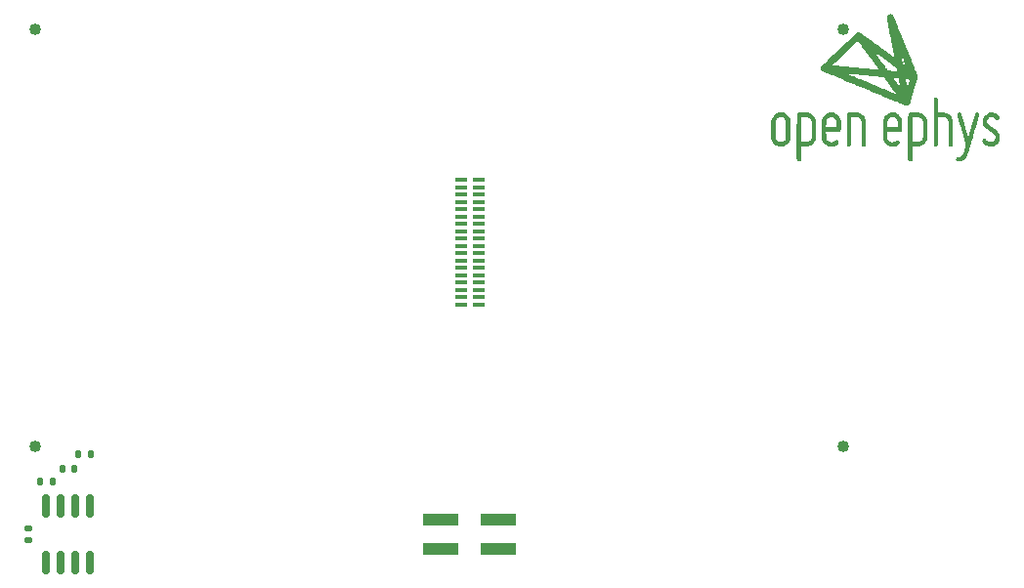
<source format=gbr>
G04 #@! TF.GenerationSoftware,KiCad,Pcbnew,9.0.0*
G04 #@! TF.CreationDate,2025-04-07T23:01:42+01:00*
G04 #@! TF.ProjectId,ephys-test-module-32,65706879-732d-4746-9573-742d6d6f6475,A*
G04 #@! TF.SameCoordinates,Original*
G04 #@! TF.FileFunction,Soldermask,Top*
G04 #@! TF.FilePolarity,Negative*
%FSLAX46Y46*%
G04 Gerber Fmt 4.6, Leading zero omitted, Abs format (unit mm)*
G04 Created by KiCad (PCBNEW 9.0.0) date 2025-04-07 23:01:42*
%MOMM*%
%LPD*%
G01*
G04 APERTURE LIST*
G04 Aperture macros list*
%AMRoundRect*
0 Rectangle with rounded corners*
0 $1 Rounding radius*
0 $2 $3 $4 $5 $6 $7 $8 $9 X,Y pos of 4 corners*
0 Add a 4 corners polygon primitive as box body*
4,1,4,$2,$3,$4,$5,$6,$7,$8,$9,$2,$3,0*
0 Add four circle primitives for the rounded corners*
1,1,$1+$1,$2,$3*
1,1,$1+$1,$4,$5*
1,1,$1+$1,$6,$7*
1,1,$1+$1,$8,$9*
0 Add four rect primitives between the rounded corners*
20,1,$1+$1,$2,$3,$4,$5,0*
20,1,$1+$1,$4,$5,$6,$7,0*
20,1,$1+$1,$6,$7,$8,$9,0*
20,1,$1+$1,$8,$9,$2,$3,0*%
G04 Aperture macros list end*
%ADD10C,0.000000*%
%ADD11R,3.150000X1.000000*%
%ADD12R,1.000000X0.380000*%
%ADD13RoundRect,0.135000X-0.135000X-0.185000X0.135000X-0.185000X0.135000X0.185000X-0.135000X0.185000X0*%
%ADD14RoundRect,0.150000X0.150000X-0.825000X0.150000X0.825000X-0.150000X0.825000X-0.150000X-0.825000X0*%
%ADD15RoundRect,0.140000X-0.170000X0.140000X-0.170000X-0.140000X0.170000X-0.140000X0.170000X0.140000X0*%
%ADD16C,1.020000*%
G04 APERTURE END LIST*
D10*
G04 #@! TO.C,G\u002A\u002A\u002A*
G36*
X185019905Y-89141203D02*
G01*
X185124976Y-89156873D01*
X185183922Y-89172831D01*
X185310199Y-89224904D01*
X185421844Y-89293761D01*
X185523049Y-89381436D01*
X185610618Y-89482520D01*
X185679043Y-89592976D01*
X185731929Y-89718639D01*
X185732586Y-89720563D01*
X185765601Y-89817510D01*
X185765601Y-90617319D01*
X185765601Y-91417128D01*
X185732586Y-91514075D01*
X185679724Y-91639948D01*
X185610678Y-91751223D01*
X185523158Y-91852577D01*
X185415234Y-91945634D01*
X185297986Y-92016344D01*
X185171013Y-92064883D01*
X185033911Y-92091425D01*
X184965792Y-92096354D01*
X184907021Y-92097131D01*
X184850958Y-92095526D01*
X184806223Y-92091880D01*
X184790987Y-92089439D01*
X184655802Y-92051705D01*
X184536406Y-91998028D01*
X184428602Y-91926177D01*
X184347459Y-91853686D01*
X184269875Y-91766819D01*
X184209378Y-91676447D01*
X184161466Y-91575031D01*
X184133771Y-91495897D01*
X184105391Y-91405010D01*
X184105391Y-91380773D01*
X184105391Y-90617319D01*
X184105391Y-89853865D01*
X184493177Y-89853865D01*
X184493177Y-90617319D01*
X184493177Y-91380773D01*
X184526069Y-91447424D01*
X184582661Y-91540159D01*
X184651738Y-91612855D01*
X184735265Y-91667309D01*
X184793710Y-91692177D01*
X184870174Y-91709183D01*
X184956261Y-91711618D01*
X185042615Y-91699984D01*
X185119880Y-91674782D01*
X185120128Y-91674668D01*
X185196299Y-91628202D01*
X185266108Y-91563800D01*
X185323234Y-91487761D01*
X185342192Y-91453329D01*
X185377815Y-91380773D01*
X185377815Y-90617319D01*
X185377815Y-89853865D01*
X185342192Y-89781310D01*
X185291930Y-89701646D01*
X185225905Y-89630836D01*
X185150555Y-89575317D01*
X185120128Y-89559246D01*
X185082556Y-89543215D01*
X185048136Y-89533427D01*
X185008596Y-89528423D01*
X184955667Y-89526744D01*
X184935496Y-89526670D01*
X184876809Y-89527623D01*
X184834045Y-89531453D01*
X184798935Y-89539620D01*
X184763208Y-89553583D01*
X184750864Y-89559246D01*
X184677471Y-89604411D01*
X184608772Y-89666305D01*
X184552125Y-89737568D01*
X184525754Y-89784357D01*
X184493177Y-89853865D01*
X184105391Y-89853865D01*
X184105391Y-89829628D01*
X184133771Y-89738741D01*
X184175697Y-89625506D01*
X184227146Y-89528443D01*
X184292618Y-89440012D01*
X184347459Y-89380952D01*
X184434327Y-89303368D01*
X184524699Y-89242871D01*
X184626114Y-89194959D01*
X184705248Y-89167263D01*
X184801161Y-89146295D01*
X184909006Y-89137642D01*
X185019905Y-89141203D01*
G37*
G36*
X189389562Y-89140201D02*
G01*
X189491571Y-89154642D01*
X189540458Y-89167297D01*
X189657806Y-89211166D01*
X189758418Y-89265580D01*
X189848860Y-89334421D01*
X189891889Y-89375032D01*
X189979392Y-89474769D01*
X190047079Y-89580197D01*
X190099336Y-89698355D01*
X190107118Y-89720563D01*
X190139952Y-89817510D01*
X190140133Y-90255888D01*
X190140134Y-90370673D01*
X190139945Y-90463731D01*
X190139433Y-90537573D01*
X190138466Y-90594707D01*
X190136913Y-90637643D01*
X190134642Y-90668892D01*
X190131520Y-90690964D01*
X190127416Y-90706367D01*
X190122198Y-90717613D01*
X190115735Y-90727210D01*
X190115329Y-90727754D01*
X190086479Y-90760115D01*
X190056890Y-90786227D01*
X190048509Y-90791978D01*
X190038688Y-90796789D01*
X190025289Y-90800759D01*
X190006172Y-90803985D01*
X189979200Y-90806567D01*
X189942232Y-90808603D01*
X189893132Y-90810191D01*
X189829759Y-90811432D01*
X189749976Y-90812422D01*
X189651643Y-90813260D01*
X189532622Y-90814046D01*
X189441832Y-90814582D01*
X188860227Y-90817953D01*
X188864059Y-91099363D01*
X188867891Y-91380773D01*
X188906079Y-91461375D01*
X188959939Y-91550504D01*
X189029285Y-91621570D01*
X189116341Y-91676795D01*
X189126602Y-91681766D01*
X189171355Y-91701393D01*
X189208988Y-91712869D01*
X189249568Y-91718275D01*
X189303162Y-91719690D01*
X189310210Y-91719691D01*
X189400185Y-91712602D01*
X189478426Y-91689770D01*
X189552046Y-91648481D01*
X189604347Y-91607396D01*
X189671482Y-91560310D01*
X189736361Y-91537122D01*
X189798626Y-91537854D01*
X189857920Y-91562526D01*
X189893846Y-91590612D01*
X189936976Y-91643916D01*
X189956714Y-91700422D01*
X189953545Y-91759158D01*
X189927952Y-91819148D01*
X189880417Y-91879420D01*
X189811424Y-91939000D01*
X189721456Y-91996914D01*
X189681558Y-92018442D01*
X189575454Y-92061374D01*
X189456584Y-92089338D01*
X189331768Y-92101641D01*
X189207826Y-92097592D01*
X189096596Y-92077834D01*
X188962375Y-92030663D01*
X188841263Y-91963572D01*
X188734573Y-91877812D01*
X188643619Y-91774634D01*
X188569712Y-91655291D01*
X188514904Y-91523294D01*
X188480105Y-91417128D01*
X188480105Y-90617319D01*
X188480105Y-90429485D01*
X188859910Y-90429485D01*
X189310210Y-90429485D01*
X189760510Y-90429485D01*
X189756478Y-90141675D01*
X189752447Y-89853865D01*
X189716974Y-89781419D01*
X189666945Y-89702002D01*
X189601086Y-89631260D01*
X189525886Y-89575684D01*
X189494842Y-89559246D01*
X189457270Y-89543215D01*
X189422849Y-89533427D01*
X189383310Y-89528423D01*
X189330381Y-89526744D01*
X189310210Y-89526670D01*
X189251522Y-89527623D01*
X189208759Y-89531453D01*
X189173649Y-89539620D01*
X189137922Y-89553583D01*
X189125578Y-89559246D01*
X189048467Y-89606992D01*
X188978118Y-89672483D01*
X188921020Y-89749230D01*
X188903446Y-89781419D01*
X188867973Y-89853865D01*
X188863941Y-90141675D01*
X188859910Y-90429485D01*
X188480105Y-90429485D01*
X188480105Y-89817510D01*
X188513120Y-89720563D01*
X188563471Y-89599171D01*
X188628373Y-89491920D01*
X188712277Y-89391671D01*
X188728531Y-89375032D01*
X188816368Y-89297614D01*
X188911125Y-89236543D01*
X189019367Y-89187939D01*
X189079962Y-89167297D01*
X189174414Y-89146529D01*
X189280729Y-89137497D01*
X189389562Y-89140201D01*
G37*
G36*
X194697387Y-89140201D02*
G01*
X194799396Y-89154642D01*
X194848282Y-89167297D01*
X194965631Y-89211166D01*
X195066242Y-89265580D01*
X195156684Y-89334421D01*
X195199714Y-89375032D01*
X195287216Y-89474769D01*
X195354904Y-89580197D01*
X195407160Y-89698355D01*
X195414942Y-89720563D01*
X195447776Y-89817510D01*
X195447958Y-90255888D01*
X195447959Y-90370673D01*
X195447769Y-90463731D01*
X195447257Y-90537573D01*
X195446290Y-90594707D01*
X195444738Y-90637643D01*
X195442466Y-90668892D01*
X195439345Y-90690964D01*
X195435241Y-90706367D01*
X195430023Y-90717613D01*
X195423559Y-90727210D01*
X195423154Y-90727754D01*
X195394304Y-90760115D01*
X195364715Y-90786227D01*
X195356334Y-90791978D01*
X195346513Y-90796789D01*
X195333113Y-90800759D01*
X195313997Y-90803985D01*
X195287024Y-90806567D01*
X195250057Y-90808603D01*
X195200956Y-90810191D01*
X195137584Y-90811432D01*
X195057800Y-90812422D01*
X194959467Y-90813260D01*
X194840446Y-90814046D01*
X194749656Y-90814582D01*
X194168051Y-90817953D01*
X194171883Y-91099363D01*
X194175716Y-91380773D01*
X194213903Y-91461375D01*
X194267763Y-91550504D01*
X194337109Y-91621570D01*
X194424166Y-91676795D01*
X194434427Y-91681766D01*
X194479179Y-91701393D01*
X194516812Y-91712869D01*
X194557392Y-91718275D01*
X194610987Y-91719690D01*
X194618034Y-91719691D01*
X194708009Y-91712602D01*
X194786250Y-91689770D01*
X194859871Y-91648481D01*
X194912171Y-91607396D01*
X194979306Y-91560310D01*
X195044185Y-91537122D01*
X195106451Y-91537854D01*
X195165744Y-91562526D01*
X195201671Y-91590612D01*
X195244800Y-91643916D01*
X195264539Y-91700422D01*
X195261370Y-91759158D01*
X195235776Y-91819148D01*
X195188242Y-91879420D01*
X195119249Y-91939000D01*
X195029281Y-91996914D01*
X194989382Y-92018442D01*
X194883278Y-92061374D01*
X194764408Y-92089338D01*
X194639592Y-92101641D01*
X194515650Y-92097592D01*
X194404421Y-92077834D01*
X194270200Y-92030663D01*
X194149088Y-91963572D01*
X194042398Y-91877812D01*
X193951443Y-91774634D01*
X193877536Y-91655291D01*
X193822728Y-91523294D01*
X193787929Y-91417128D01*
X193787929Y-90617319D01*
X193787929Y-90429485D01*
X194167734Y-90429485D01*
X194618034Y-90429485D01*
X195068335Y-90429485D01*
X195064303Y-90141675D01*
X195060271Y-89853865D01*
X195024798Y-89781419D01*
X194974770Y-89702002D01*
X194908911Y-89631260D01*
X194833710Y-89575684D01*
X194802666Y-89559246D01*
X194765094Y-89543215D01*
X194730674Y-89533427D01*
X194691134Y-89528423D01*
X194638205Y-89526744D01*
X194618034Y-89526670D01*
X194559347Y-89527623D01*
X194516584Y-89531453D01*
X194481474Y-89539620D01*
X194445746Y-89553583D01*
X194433402Y-89559246D01*
X194356291Y-89606992D01*
X194285942Y-89672483D01*
X194228845Y-89749230D01*
X194211270Y-89781419D01*
X194175798Y-89853865D01*
X194171766Y-90141675D01*
X194167734Y-90429485D01*
X193787929Y-90429485D01*
X193787929Y-89817510D01*
X193820945Y-89720563D01*
X193871296Y-89599171D01*
X193936198Y-89491920D01*
X194020102Y-89391671D01*
X194036355Y-89375032D01*
X194124192Y-89297614D01*
X194218949Y-89236543D01*
X194327191Y-89187939D01*
X194387786Y-89167297D01*
X194482239Y-89146529D01*
X194588553Y-89137497D01*
X194697387Y-89140201D01*
G37*
G36*
X191749158Y-89201108D02*
G01*
X191850179Y-89242085D01*
X191935146Y-89288428D01*
X192012241Y-89345233D01*
X192078331Y-89406188D01*
X192166347Y-89507270D01*
X192234769Y-89616956D01*
X192287452Y-89741455D01*
X192288597Y-89744800D01*
X192321613Y-89841747D01*
X192321613Y-90910295D01*
X192321605Y-91095560D01*
X192321557Y-91258125D01*
X192321436Y-91399528D01*
X192321205Y-91521306D01*
X192320831Y-91624997D01*
X192320278Y-91712137D01*
X192319511Y-91784265D01*
X192318497Y-91842916D01*
X192317198Y-91889629D01*
X192315582Y-91925941D01*
X192313613Y-91953389D01*
X192311256Y-91973511D01*
X192308476Y-91987842D01*
X192305238Y-91997922D01*
X192301509Y-92005287D01*
X192297252Y-92011475D01*
X192296627Y-92012314D01*
X192254874Y-92058489D01*
X192210244Y-92084805D01*
X192155110Y-92095169D01*
X192133779Y-92095754D01*
X192073627Y-92089714D01*
X192026440Y-92068989D01*
X191984588Y-92029670D01*
X191970930Y-92012328D01*
X191966561Y-92006074D01*
X191962721Y-91998728D01*
X191959369Y-91988741D01*
X191956457Y-91974560D01*
X191953943Y-91954633D01*
X191951782Y-91927410D01*
X191949929Y-91891339D01*
X191948340Y-91844869D01*
X191946970Y-91786448D01*
X191945775Y-91714524D01*
X191944711Y-91627547D01*
X191943733Y-91523965D01*
X191942797Y-91402227D01*
X191941858Y-91260781D01*
X191940871Y-91098075D01*
X191939885Y-90928487D01*
X191933826Y-89878101D01*
X191898313Y-89805656D01*
X191843336Y-89719665D01*
X191770499Y-89645823D01*
X191685189Y-89589515D01*
X191679077Y-89586461D01*
X191606632Y-89550989D01*
X191318993Y-89546959D01*
X191031355Y-89542929D01*
X191028154Y-90760894D01*
X191027625Y-90959469D01*
X191027124Y-91135241D01*
X191026618Y-91289646D01*
X191026075Y-91424118D01*
X191025463Y-91540091D01*
X191024750Y-91639000D01*
X191023902Y-91722279D01*
X191022888Y-91791362D01*
X191021675Y-91847684D01*
X191020232Y-91892680D01*
X191018525Y-91927783D01*
X191016523Y-91954429D01*
X191014193Y-91974052D01*
X191011503Y-91988086D01*
X191008420Y-91997965D01*
X191004913Y-92005125D01*
X191000948Y-92010999D01*
X190999967Y-92012321D01*
X190971895Y-92044026D01*
X190943308Y-92069431D01*
X190902652Y-92088180D01*
X190850154Y-92097306D01*
X190796592Y-92095881D01*
X190757748Y-92085439D01*
X190713953Y-92055818D01*
X190676542Y-92013296D01*
X190652748Y-91966704D01*
X190649301Y-91953007D01*
X190648391Y-91935825D01*
X190647579Y-91896024D01*
X190646869Y-91835224D01*
X190646264Y-91755042D01*
X190645771Y-91657097D01*
X190645391Y-91543008D01*
X190645131Y-91414392D01*
X190644993Y-91272868D01*
X190644982Y-91120055D01*
X190645103Y-90957570D01*
X190645359Y-90787033D01*
X190645755Y-90610061D01*
X190645790Y-90596998D01*
X190646345Y-90390052D01*
X190646867Y-90205966D01*
X190647386Y-90043364D01*
X190647931Y-89900868D01*
X190648531Y-89777102D01*
X190649215Y-89670690D01*
X190650012Y-89580254D01*
X190650950Y-89504418D01*
X190652059Y-89441806D01*
X190653369Y-89391041D01*
X190654907Y-89350746D01*
X190656703Y-89319545D01*
X190658787Y-89296060D01*
X190661186Y-89278916D01*
X190663931Y-89266736D01*
X190667050Y-89258143D01*
X190670572Y-89251760D01*
X190674270Y-89246554D01*
X190703130Y-89214214D01*
X190732751Y-89188106D01*
X190742337Y-89181567D01*
X190753438Y-89176281D01*
X190768566Y-89172113D01*
X190790228Y-89168932D01*
X190820936Y-89166605D01*
X190863200Y-89164999D01*
X190919528Y-89163980D01*
X190992432Y-89163416D01*
X191084420Y-89163174D01*
X191198004Y-89163121D01*
X191204616Y-89163121D01*
X191642987Y-89163121D01*
X191749158Y-89201108D01*
G37*
G36*
X198434864Y-87848263D02*
G01*
X198482051Y-87868988D01*
X198523903Y-87908305D01*
X198537562Y-87925649D01*
X198543241Y-87933914D01*
X198548003Y-87943596D01*
X198551944Y-87956802D01*
X198555158Y-87975637D01*
X198557739Y-88002207D01*
X198559783Y-88038619D01*
X198561383Y-88086978D01*
X198562635Y-88149391D01*
X198563632Y-88227964D01*
X198564469Y-88324802D01*
X198565242Y-88442012D01*
X198565905Y-88557016D01*
X198569263Y-89154929D01*
X198874923Y-89159753D01*
X198969783Y-89161358D01*
X199044152Y-89163047D01*
X199101772Y-89165165D01*
X199146388Y-89168056D01*
X199181743Y-89172067D01*
X199211581Y-89177541D01*
X199239645Y-89184825D01*
X199269679Y-89194263D01*
X199277529Y-89196864D01*
X199403757Y-89249087D01*
X199515205Y-89317820D01*
X199616656Y-89405673D01*
X199704225Y-89506757D01*
X199772650Y-89617213D01*
X199825535Y-89742876D01*
X199826193Y-89744800D01*
X199859208Y-89841747D01*
X199859208Y-90910295D01*
X199859200Y-91095560D01*
X199859153Y-91258125D01*
X199859031Y-91399528D01*
X199858801Y-91521306D01*
X199858426Y-91624997D01*
X199857873Y-91712137D01*
X199857107Y-91784265D01*
X199856092Y-91842916D01*
X199854794Y-91889629D01*
X199853177Y-91925941D01*
X199851208Y-91953389D01*
X199848851Y-91973511D01*
X199846071Y-91987842D01*
X199842834Y-91997922D01*
X199839104Y-92005287D01*
X199834847Y-92011475D01*
X199834223Y-92012314D01*
X199792470Y-92058489D01*
X199747839Y-92084805D01*
X199692705Y-92095169D01*
X199671374Y-92095754D01*
X199611223Y-92089714D01*
X199564035Y-92068989D01*
X199522183Y-92029670D01*
X199508525Y-92012328D01*
X199504156Y-92006074D01*
X199500317Y-91998728D01*
X199496964Y-91988741D01*
X199494053Y-91974560D01*
X199491539Y-91954633D01*
X199489377Y-91927410D01*
X199487524Y-91891339D01*
X199485935Y-91844869D01*
X199484565Y-91786448D01*
X199483371Y-91714524D01*
X199482306Y-91627547D01*
X199481328Y-91523965D01*
X199480392Y-91402227D01*
X199479453Y-91260781D01*
X199478467Y-91098075D01*
X199477481Y-90928487D01*
X199471422Y-89878101D01*
X199435908Y-89805656D01*
X199380931Y-89719665D01*
X199308094Y-89645823D01*
X199222785Y-89589515D01*
X199216673Y-89586461D01*
X199144227Y-89550989D01*
X198856589Y-89546959D01*
X198568950Y-89542929D01*
X198565749Y-90760894D01*
X198565220Y-90959469D01*
X198564719Y-91135241D01*
X198564214Y-91289646D01*
X198563671Y-91424118D01*
X198563059Y-91540091D01*
X198562345Y-91639000D01*
X198561497Y-91722279D01*
X198560483Y-91791362D01*
X198559271Y-91847684D01*
X198557827Y-91892680D01*
X198556120Y-91927783D01*
X198554118Y-91954429D01*
X198551788Y-91974052D01*
X198549098Y-91988086D01*
X198546016Y-91997965D01*
X198542508Y-92005125D01*
X198538544Y-92010999D01*
X198537562Y-92012321D01*
X198509491Y-92044026D01*
X198480903Y-92069431D01*
X198440248Y-92088180D01*
X198387749Y-92097306D01*
X198334187Y-92095881D01*
X198295344Y-92085439D01*
X198251557Y-92055827D01*
X198214159Y-92013323D01*
X198190377Y-91966752D01*
X198186923Y-91953007D01*
X198186177Y-91936758D01*
X198185495Y-91897576D01*
X198184879Y-91836765D01*
X198184331Y-91755628D01*
X198183855Y-91655469D01*
X198183451Y-91537593D01*
X198183123Y-91403302D01*
X198182873Y-91253901D01*
X198182703Y-91090693D01*
X198182615Y-90914982D01*
X198182611Y-90728071D01*
X198182694Y-90531264D01*
X198182866Y-90325866D01*
X198183130Y-90113179D01*
X198183412Y-89936551D01*
X198183863Y-89680360D01*
X198184289Y-89447291D01*
X198184703Y-89236231D01*
X198185123Y-89046066D01*
X198185563Y-88875681D01*
X198186041Y-88723963D01*
X198186570Y-88589798D01*
X198187167Y-88472071D01*
X198187849Y-88369669D01*
X198188630Y-88281478D01*
X198189526Y-88206384D01*
X198190554Y-88143272D01*
X198191729Y-88091029D01*
X198193066Y-88048541D01*
X198194581Y-88014694D01*
X198196291Y-87988374D01*
X198198211Y-87968466D01*
X198200357Y-87953858D01*
X198202744Y-87943434D01*
X198205388Y-87936081D01*
X198208306Y-87930685D01*
X198211512Y-87926132D01*
X198211865Y-87925658D01*
X198253620Y-87879486D01*
X198298249Y-87853172D01*
X198353379Y-87842809D01*
X198374714Y-87842224D01*
X198434864Y-87848263D01*
G37*
G36*
X203209924Y-89139524D02*
G01*
X203273879Y-89140442D01*
X203321639Y-89143382D01*
X203361231Y-89149653D01*
X203400686Y-89160564D01*
X203448033Y-89177422D01*
X203452290Y-89179025D01*
X203571959Y-89234692D01*
X203680146Y-89306020D01*
X203773143Y-89390039D01*
X203847242Y-89483781D01*
X203861323Y-89506578D01*
X203888183Y-89572277D01*
X203893333Y-89636957D01*
X203877747Y-89696721D01*
X203842401Y-89747676D01*
X203791788Y-89784185D01*
X203724946Y-89806343D01*
X203660536Y-89805630D01*
X203601992Y-89783011D01*
X203552749Y-89739452D01*
X203533554Y-89711609D01*
X203477319Y-89635964D01*
X203408749Y-89580659D01*
X203326860Y-89545154D01*
X203230669Y-89528911D01*
X203197805Y-89527703D01*
X203115141Y-89532140D01*
X203047490Y-89549087D01*
X202987639Y-89581387D01*
X202928375Y-89631889D01*
X202924824Y-89635416D01*
X202867794Y-89707812D01*
X202830141Y-89789013D01*
X202812099Y-89874968D01*
X202813901Y-89961625D01*
X202835779Y-90044932D01*
X202877964Y-90120836D01*
X202895708Y-90142807D01*
X202919191Y-90164991D01*
X202960389Y-90198916D01*
X203016920Y-90242781D01*
X203086404Y-90294780D01*
X203166455Y-90353111D01*
X203254694Y-90415970D01*
X203280700Y-90434246D01*
X203363818Y-90493056D01*
X203443327Y-90550384D01*
X203516299Y-90604038D01*
X203579805Y-90651828D01*
X203630917Y-90691560D01*
X203666707Y-90721042D01*
X203679422Y-90732714D01*
X203763237Y-90830018D01*
X203827908Y-90936571D01*
X203869351Y-91034866D01*
X203884543Y-91079474D01*
X203894889Y-91116869D01*
X203901321Y-91153767D01*
X203904772Y-91196885D01*
X203906174Y-91252939D01*
X203906432Y-91302004D01*
X203903355Y-91407229D01*
X203892540Y-91495498D01*
X203872241Y-91573343D01*
X203840712Y-91647292D01*
X203796208Y-91723875D01*
X203791781Y-91730698D01*
X203707717Y-91838615D01*
X203608931Y-91929566D01*
X203498151Y-92002467D01*
X203378100Y-92056231D01*
X203251505Y-92089772D01*
X203121091Y-92102003D01*
X202989582Y-92091839D01*
X202921865Y-92077394D01*
X202799443Y-92034139D01*
X202684130Y-91971695D01*
X202580391Y-91893189D01*
X202492689Y-91801748D01*
X202455073Y-91750382D01*
X202418033Y-91678633D01*
X202402328Y-91610394D01*
X202407257Y-91548214D01*
X202432120Y-91494640D01*
X202476218Y-91452221D01*
X202538850Y-91423504D01*
X202545396Y-91421672D01*
X202612512Y-91413784D01*
X202671327Y-91428585D01*
X202723002Y-91466457D01*
X202739970Y-91485674D01*
X202792247Y-91548882D01*
X202835455Y-91595801D01*
X202873842Y-91630389D01*
X202911656Y-91656608D01*
X202939800Y-91671972D01*
X202978040Y-91689536D01*
X203012049Y-91700140D01*
X203050543Y-91705512D01*
X203102240Y-91707379D01*
X203119036Y-91707504D01*
X203175008Y-91706824D01*
X203215296Y-91703120D01*
X203248414Y-91694751D01*
X203282875Y-91680074D01*
X203296633Y-91673242D01*
X203375680Y-91621531D01*
X203443569Y-91554258D01*
X203490657Y-91483779D01*
X203503875Y-91454998D01*
X203512268Y-91425823D01*
X203516871Y-91389596D01*
X203518721Y-91339658D01*
X203518941Y-91302004D01*
X203518438Y-91243331D01*
X203516073Y-91202009D01*
X203510557Y-91171159D01*
X203500603Y-91143901D01*
X203484923Y-91113356D01*
X203482972Y-91109822D01*
X203470672Y-91088304D01*
X203458006Y-91068797D01*
X203443007Y-91049687D01*
X203423708Y-91029359D01*
X203398140Y-91006199D01*
X203364338Y-90978592D01*
X203320332Y-90944924D01*
X203264155Y-90903580D01*
X203193841Y-90852946D01*
X203107421Y-90791408D01*
X203015685Y-90726384D01*
X202918091Y-90656563D01*
X202830611Y-90592566D01*
X202755216Y-90535902D01*
X202693877Y-90488079D01*
X202648565Y-90450605D01*
X202621251Y-90424989D01*
X202619840Y-90423426D01*
X202545757Y-90323023D01*
X202486121Y-90207151D01*
X202456719Y-90126527D01*
X202436402Y-90034230D01*
X202427360Y-89931315D01*
X202429626Y-89826838D01*
X202443230Y-89729856D01*
X202455169Y-89684208D01*
X202506363Y-89561805D01*
X202577896Y-89449792D01*
X202667166Y-89350734D01*
X202771575Y-89267194D01*
X202888523Y-89201735D01*
X202979676Y-89167039D01*
X203029104Y-89153440D01*
X203076420Y-89144981D01*
X203129966Y-89140663D01*
X203198086Y-89139491D01*
X203209924Y-89139524D01*
G37*
G36*
X202030300Y-89156672D02*
G01*
X202081428Y-89189272D01*
X202119637Y-89235975D01*
X202140714Y-89293608D01*
X202143511Y-89325273D01*
X202140110Y-89339859D01*
X202130211Y-89376113D01*
X202114274Y-89432485D01*
X202092759Y-89507427D01*
X202066124Y-89599389D01*
X202034830Y-89706822D01*
X201999336Y-89828176D01*
X201960100Y-89961903D01*
X201917583Y-90106454D01*
X201872243Y-90260279D01*
X201824541Y-90421829D01*
X201774935Y-90589555D01*
X201723884Y-90761908D01*
X201671849Y-90937339D01*
X201619288Y-91114298D01*
X201566662Y-91291237D01*
X201514428Y-91466605D01*
X201463047Y-91638855D01*
X201412978Y-91806436D01*
X201364680Y-91967800D01*
X201318613Y-92121397D01*
X201275236Y-92265679D01*
X201235009Y-92399096D01*
X201198390Y-92520099D01*
X201165839Y-92627139D01*
X201137816Y-92718666D01*
X201124367Y-92762262D01*
X201087143Y-92869892D01*
X201046728Y-92959274D01*
X200999723Y-93036391D01*
X200942729Y-93107232D01*
X200907602Y-93143989D01*
X200796614Y-93238708D01*
X200676017Y-93311712D01*
X200547033Y-93362436D01*
X200410887Y-93390311D01*
X200368177Y-93394176D01*
X200316292Y-93396545D01*
X200280044Y-93394767D01*
X200251012Y-93387611D01*
X200220771Y-93373848D01*
X200217595Y-93372186D01*
X200164873Y-93332102D01*
X200132043Y-93278406D01*
X200119818Y-93212307D01*
X200119752Y-93206601D01*
X200127824Y-93140555D01*
X200152907Y-93088898D01*
X200196297Y-93050471D01*
X200259293Y-93024116D01*
X200341366Y-93008879D01*
X200450763Y-92986736D01*
X200543984Y-92946568D01*
X200621111Y-92888322D01*
X200682228Y-92811945D01*
X200698037Y-92784390D01*
X200712275Y-92752317D01*
X200731144Y-92702170D01*
X200753664Y-92637237D01*
X200778856Y-92560810D01*
X200805740Y-92476178D01*
X200833336Y-92386631D01*
X200860665Y-92295459D01*
X200886748Y-92205952D01*
X200910604Y-92121401D01*
X200931254Y-92045095D01*
X200947719Y-91980325D01*
X200959018Y-91930379D01*
X200964174Y-91898550D01*
X200964162Y-91890577D01*
X200959866Y-91874024D01*
X200949067Y-91835852D01*
X200932235Y-91777652D01*
X200909842Y-91701017D01*
X200882357Y-91607538D01*
X200850252Y-91498807D01*
X200813998Y-91376418D01*
X200774064Y-91241961D01*
X200730922Y-91097028D01*
X200685043Y-90943213D01*
X200636897Y-90782106D01*
X200598452Y-90653674D01*
X200548664Y-90487389D01*
X200500608Y-90326738D01*
X200454771Y-90173357D01*
X200411640Y-90028883D01*
X200371702Y-89894951D01*
X200335444Y-89773198D01*
X200303353Y-89665261D01*
X200275916Y-89572775D01*
X200253621Y-89497378D01*
X200236953Y-89440704D01*
X200226401Y-89404392D01*
X200222806Y-89391555D01*
X200213826Y-89319357D01*
X200227148Y-89256349D01*
X200262936Y-89201851D01*
X200270905Y-89193732D01*
X200322729Y-89158446D01*
X200381385Y-89142398D01*
X200441455Y-89144801D01*
X200497522Y-89164868D01*
X200544168Y-89201810D01*
X200568130Y-89236928D01*
X200574300Y-89253806D01*
X200586798Y-89292147D01*
X200605082Y-89350171D01*
X200628610Y-89426100D01*
X200656839Y-89518153D01*
X200689227Y-89624551D01*
X200725231Y-89743515D01*
X200764310Y-89873265D01*
X200805920Y-90012023D01*
X200849520Y-90158007D01*
X200877147Y-90250809D01*
X200921382Y-90399345D01*
X200963711Y-90541022D01*
X201003619Y-90674144D01*
X201040591Y-90797016D01*
X201074113Y-90907942D01*
X201103670Y-91005226D01*
X201128747Y-91087172D01*
X201148829Y-91152084D01*
X201163403Y-91198267D01*
X201171953Y-91224026D01*
X201174046Y-91229014D01*
X201178398Y-91217704D01*
X201189170Y-91184919D01*
X201205824Y-91132400D01*
X201227825Y-91061890D01*
X201254638Y-90975131D01*
X201285726Y-90873864D01*
X201320554Y-90759832D01*
X201358586Y-90634776D01*
X201399287Y-90500438D01*
X201442119Y-90358561D01*
X201458203Y-90305159D01*
X201502276Y-90158751D01*
X201544771Y-90017602D01*
X201585106Y-89883648D01*
X201622698Y-89758824D01*
X201656963Y-89645067D01*
X201687318Y-89544312D01*
X201713181Y-89458495D01*
X201733968Y-89389550D01*
X201749096Y-89339415D01*
X201757982Y-89310023D01*
X201759247Y-89305858D01*
X201789911Y-89234290D01*
X201832481Y-89183326D01*
X201887881Y-89151962D01*
X201906140Y-89146475D01*
X201970466Y-89141348D01*
X202030300Y-89156672D01*
G37*
G36*
X187422917Y-89201108D02*
G01*
X187523939Y-89242085D01*
X187608906Y-89288428D01*
X187686001Y-89345233D01*
X187752090Y-89406188D01*
X187840107Y-89507270D01*
X187908528Y-89616956D01*
X187961212Y-89741455D01*
X187962357Y-89744800D01*
X187995372Y-89841747D01*
X187995372Y-90617319D01*
X187995372Y-91392892D01*
X187962357Y-91489838D01*
X187910016Y-91614785D01*
X187842034Y-91724765D01*
X187754553Y-91825986D01*
X187752090Y-91828450D01*
X187674445Y-91898936D01*
X187596000Y-91954216D01*
X187508479Y-91999432D01*
X187422917Y-92033039D01*
X187389863Y-92044551D01*
X187361441Y-92053474D01*
X187333895Y-92060193D01*
X187303470Y-92065093D01*
X187266409Y-92068560D01*
X187218956Y-92070979D01*
X187157355Y-92072734D01*
X187077851Y-92074211D01*
X187011086Y-92075262D01*
X186705427Y-92079987D01*
X186702069Y-92677761D01*
X186701279Y-92813578D01*
X186700502Y-92927266D01*
X186699644Y-93020929D01*
X186698612Y-93096675D01*
X186697309Y-93156610D01*
X186695641Y-93202840D01*
X186693515Y-93237472D01*
X186690835Y-93262611D01*
X186687506Y-93280365D01*
X186683435Y-93292840D01*
X186678526Y-93302141D01*
X186673726Y-93308989D01*
X186645652Y-93340692D01*
X186617067Y-93366092D01*
X186576412Y-93384840D01*
X186523913Y-93393966D01*
X186470352Y-93392541D01*
X186431508Y-93382099D01*
X186387721Y-93352487D01*
X186350323Y-93309983D01*
X186326541Y-93263412D01*
X186323087Y-93249667D01*
X186322339Y-93233405D01*
X186321654Y-93194215D01*
X186321037Y-93133404D01*
X186320489Y-93052279D01*
X186320012Y-92952151D01*
X186319608Y-92834325D01*
X186319281Y-92700110D01*
X186319032Y-92550814D01*
X186318863Y-92387745D01*
X186318777Y-92212211D01*
X186318776Y-92025520D01*
X186318863Y-91828979D01*
X186319039Y-91623897D01*
X186319307Y-91411582D01*
X186319575Y-91245329D01*
X186320029Y-90989960D01*
X186320455Y-90757710D01*
X186320733Y-90617319D01*
X186704771Y-90617319D01*
X186704771Y-91689790D01*
X186964235Y-91689790D01*
X187055010Y-91689486D01*
X187125518Y-91688395D01*
X187179724Y-91686249D01*
X187221593Y-91682780D01*
X187255089Y-91677720D01*
X187284177Y-91670802D01*
X187295662Y-91667393D01*
X187391140Y-91626301D01*
X187471679Y-91566722D01*
X187538264Y-91487776D01*
X187581677Y-91411069D01*
X187587011Y-91399388D01*
X187591558Y-91387262D01*
X187595380Y-91372765D01*
X187598541Y-91353971D01*
X187601103Y-91328953D01*
X187603129Y-91295786D01*
X187604681Y-91252543D01*
X187605824Y-91197299D01*
X187606619Y-91128127D01*
X187607130Y-91043102D01*
X187607419Y-90940297D01*
X187607550Y-90817787D01*
X187607585Y-90673645D01*
X187607586Y-90617319D01*
X187607570Y-90465093D01*
X187607480Y-90335177D01*
X187607254Y-90225646D01*
X187606829Y-90134573D01*
X187606141Y-90060033D01*
X187605128Y-90000100D01*
X187603727Y-89952846D01*
X187601875Y-89916347D01*
X187599509Y-89888677D01*
X187596567Y-89867908D01*
X187592985Y-89852116D01*
X187588700Y-89839374D01*
X187583651Y-89827756D01*
X187581677Y-89823569D01*
X187525429Y-89728686D01*
X187456004Y-89653868D01*
X187372418Y-89598233D01*
X187295662Y-89567245D01*
X187267232Y-89559493D01*
X187236008Y-89553710D01*
X187198025Y-89549626D01*
X187149317Y-89546974D01*
X187085921Y-89545486D01*
X187003871Y-89544894D01*
X186964235Y-89544848D01*
X186704771Y-89544848D01*
X186704771Y-90617319D01*
X186320733Y-90617319D01*
X186320871Y-90547462D01*
X186321292Y-90358097D01*
X186321735Y-90188499D01*
X186322214Y-90037550D01*
X186322747Y-89904132D01*
X186323348Y-89787128D01*
X186324034Y-89685421D01*
X186324821Y-89597892D01*
X186325464Y-89544848D01*
X186325724Y-89523425D01*
X186326760Y-89460902D01*
X186327945Y-89409204D01*
X186329293Y-89367216D01*
X186330822Y-89333818D01*
X186332548Y-89307894D01*
X186334485Y-89288327D01*
X186336650Y-89273998D01*
X186339059Y-89263790D01*
X186341728Y-89256585D01*
X186344673Y-89251267D01*
X186347909Y-89246717D01*
X186348029Y-89246555D01*
X186376890Y-89214214D01*
X186406510Y-89188106D01*
X186416096Y-89181567D01*
X186427198Y-89176281D01*
X186442325Y-89172113D01*
X186463988Y-89168932D01*
X186494696Y-89166605D01*
X186536959Y-89164999D01*
X186593288Y-89163980D01*
X186666191Y-89163416D01*
X186758180Y-89163174D01*
X186871763Y-89163121D01*
X186878376Y-89163121D01*
X187316746Y-89163121D01*
X187422917Y-89201108D01*
G37*
G36*
X197069101Y-89201108D02*
G01*
X197170122Y-89242085D01*
X197255089Y-89288428D01*
X197332184Y-89345233D01*
X197398273Y-89406188D01*
X197486290Y-89507270D01*
X197554712Y-89616956D01*
X197607395Y-89741455D01*
X197608540Y-89744800D01*
X197641555Y-89841747D01*
X197641555Y-90617319D01*
X197641555Y-91392892D01*
X197608540Y-91489838D01*
X197556200Y-91614785D01*
X197488217Y-91724765D01*
X197400736Y-91825986D01*
X197398273Y-91828450D01*
X197320628Y-91898936D01*
X197242183Y-91954216D01*
X197154662Y-91999432D01*
X197069101Y-92033039D01*
X197036046Y-92044551D01*
X197007624Y-92053474D01*
X196980079Y-92060193D01*
X196949653Y-92065093D01*
X196912592Y-92068560D01*
X196865139Y-92070979D01*
X196803538Y-92072734D01*
X196724034Y-92074211D01*
X196657270Y-92075262D01*
X196351610Y-92079987D01*
X196348253Y-92677761D01*
X196347462Y-92813578D01*
X196346685Y-92927266D01*
X196345828Y-93020929D01*
X196344795Y-93096675D01*
X196343492Y-93156610D01*
X196341824Y-93202840D01*
X196339698Y-93237472D01*
X196337018Y-93262611D01*
X196333689Y-93280365D01*
X196329618Y-93292840D01*
X196324709Y-93302141D01*
X196319910Y-93308989D01*
X196291835Y-93340692D01*
X196263250Y-93366092D01*
X196222595Y-93384840D01*
X196170096Y-93393966D01*
X196116535Y-93392541D01*
X196077691Y-93382099D01*
X196033904Y-93352487D01*
X195996506Y-93309983D01*
X195972724Y-93263412D01*
X195969270Y-93249667D01*
X195968522Y-93233405D01*
X195967838Y-93194215D01*
X195967220Y-93133404D01*
X195966672Y-93052279D01*
X195966195Y-92952151D01*
X195965791Y-92834325D01*
X195965464Y-92700110D01*
X195965215Y-92550814D01*
X195965046Y-92387745D01*
X195964960Y-92212211D01*
X195964959Y-92025520D01*
X195965046Y-91828979D01*
X195965222Y-91623897D01*
X195965490Y-91411582D01*
X195965759Y-91245329D01*
X195966212Y-90989960D01*
X195966638Y-90757710D01*
X195966916Y-90617319D01*
X196350954Y-90617319D01*
X196350954Y-91689790D01*
X196610418Y-91689790D01*
X196701193Y-91689486D01*
X196771701Y-91688395D01*
X196825907Y-91686249D01*
X196867776Y-91682780D01*
X196901272Y-91677720D01*
X196930360Y-91670802D01*
X196941845Y-91667393D01*
X197037323Y-91626301D01*
X197117862Y-91566722D01*
X197184447Y-91487776D01*
X197227860Y-91411069D01*
X197233194Y-91399388D01*
X197237741Y-91387262D01*
X197241563Y-91372765D01*
X197244724Y-91353971D01*
X197247286Y-91328953D01*
X197249312Y-91295786D01*
X197250865Y-91252543D01*
X197252007Y-91197299D01*
X197252803Y-91128127D01*
X197253313Y-91043102D01*
X197253603Y-90940297D01*
X197253733Y-90817787D01*
X197253768Y-90673645D01*
X197253769Y-90617319D01*
X197253753Y-90465093D01*
X197253664Y-90335177D01*
X197253437Y-90225646D01*
X197253012Y-90134573D01*
X197252324Y-90060033D01*
X197251311Y-90000100D01*
X197249910Y-89952846D01*
X197248058Y-89916347D01*
X197245692Y-89888677D01*
X197242750Y-89867908D01*
X197239168Y-89852116D01*
X197234884Y-89839374D01*
X197229834Y-89827756D01*
X197227860Y-89823569D01*
X197171613Y-89728686D01*
X197102187Y-89653868D01*
X197018601Y-89598233D01*
X196941845Y-89567245D01*
X196913416Y-89559493D01*
X196882192Y-89553710D01*
X196844208Y-89549626D01*
X196795500Y-89546974D01*
X196732104Y-89545486D01*
X196650054Y-89544894D01*
X196610418Y-89544848D01*
X196350954Y-89544848D01*
X196350954Y-90617319D01*
X195966916Y-90617319D01*
X195967054Y-90547462D01*
X195967476Y-90358097D01*
X195967918Y-90188499D01*
X195968397Y-90037550D01*
X195968930Y-89904132D01*
X195969531Y-89787128D01*
X195970217Y-89685421D01*
X195971004Y-89597892D01*
X195971647Y-89544848D01*
X195971907Y-89523425D01*
X195972943Y-89460902D01*
X195974128Y-89409204D01*
X195975477Y-89367216D01*
X195977006Y-89333818D01*
X195978731Y-89307894D01*
X195980668Y-89288327D01*
X195982833Y-89273998D01*
X195985242Y-89263790D01*
X195987911Y-89256585D01*
X195990856Y-89251267D01*
X195994092Y-89246717D01*
X195994212Y-89246555D01*
X196023073Y-89214214D01*
X196052693Y-89188106D01*
X196062279Y-89181567D01*
X196073381Y-89176281D01*
X196088508Y-89172113D01*
X196110171Y-89168932D01*
X196140879Y-89166605D01*
X196183143Y-89164999D01*
X196239471Y-89163980D01*
X196312375Y-89163416D01*
X196404363Y-89163174D01*
X196517946Y-89163121D01*
X196524559Y-89163121D01*
X196962929Y-89163121D01*
X197069101Y-89201108D01*
G37*
G36*
X194478670Y-80611175D02*
G01*
X194560789Y-80640560D01*
X194571954Y-80646413D01*
X194626138Y-80683436D01*
X194668853Y-80731320D01*
X194704327Y-80795423D01*
X194720437Y-80834614D01*
X194727567Y-80852667D01*
X194743295Y-80891927D01*
X194767113Y-80951141D01*
X194798513Y-81029055D01*
X194836988Y-81124415D01*
X194882030Y-81235967D01*
X194933132Y-81362458D01*
X194989784Y-81502633D01*
X195051481Y-81655239D01*
X195117714Y-81819022D01*
X195187975Y-81992729D01*
X195261757Y-82175104D01*
X195338552Y-82364896D01*
X195417853Y-82560849D01*
X195499151Y-82761711D01*
X195581939Y-82966226D01*
X195665710Y-83173142D01*
X195749955Y-83381205D01*
X195834168Y-83589161D01*
X195917839Y-83795756D01*
X196000463Y-83999736D01*
X196081530Y-84199848D01*
X196160533Y-84394837D01*
X196236965Y-84583450D01*
X196310318Y-84764433D01*
X196380084Y-84936533D01*
X196445755Y-85098495D01*
X196506824Y-85249066D01*
X196562783Y-85386991D01*
X196613125Y-85511018D01*
X196657341Y-85619892D01*
X196694925Y-85712360D01*
X196725367Y-85787167D01*
X196748162Y-85843060D01*
X196762800Y-85878786D01*
X196767944Y-85891174D01*
X196793334Y-85973947D01*
X196796526Y-86054033D01*
X196777752Y-86137932D01*
X196776799Y-86140732D01*
X196770889Y-86159668D01*
X196758808Y-86199845D01*
X196741151Y-86259230D01*
X196718510Y-86335791D01*
X196691481Y-86427495D01*
X196660656Y-86532310D01*
X196626630Y-86648203D01*
X196589997Y-86773141D01*
X196551349Y-86905092D01*
X196511282Y-87042023D01*
X196470388Y-87181902D01*
X196429263Y-87322696D01*
X196388498Y-87462373D01*
X196348689Y-87598899D01*
X196310430Y-87730243D01*
X196274313Y-87854371D01*
X196240933Y-87969252D01*
X196210883Y-88072852D01*
X196184758Y-88163139D01*
X196163152Y-88238080D01*
X196146657Y-88295643D01*
X196135869Y-88333796D01*
X196132465Y-88346208D01*
X196102836Y-88413004D01*
X196054641Y-88470241D01*
X195992533Y-88515309D01*
X195921167Y-88545596D01*
X195845195Y-88558493D01*
X195769271Y-88551390D01*
X195767470Y-88550948D01*
X195726614Y-88537666D01*
X195683247Y-88519247D01*
X195676582Y-88515928D01*
X195661782Y-88509428D01*
X195625448Y-88494019D01*
X195568442Y-88470058D01*
X195491624Y-88437902D01*
X195395857Y-88397911D01*
X195282001Y-88350441D01*
X195150918Y-88295850D01*
X195003469Y-88234497D01*
X194840515Y-88166738D01*
X194662917Y-88092932D01*
X194471537Y-88013436D01*
X194267236Y-87928609D01*
X194050875Y-87838807D01*
X193823315Y-87744390D01*
X193585418Y-87645714D01*
X193338045Y-87543137D01*
X193082057Y-87437017D01*
X192818316Y-87327713D01*
X192547682Y-87215581D01*
X192271017Y-87100979D01*
X192115601Y-87036615D01*
X191836004Y-86920828D01*
X191561973Y-86807341D01*
X191294368Y-86696510D01*
X191034048Y-86588693D01*
X190781876Y-86484246D01*
X190538711Y-86383524D01*
X190305414Y-86286886D01*
X190082845Y-86194687D01*
X189871865Y-86107283D01*
X189673334Y-86025032D01*
X189488113Y-85948290D01*
X189317063Y-85877413D01*
X189161043Y-85812758D01*
X189084893Y-85781198D01*
X190670419Y-85781198D01*
X190681044Y-85786088D01*
X190712748Y-85799691D01*
X190764213Y-85821459D01*
X190834121Y-85850847D01*
X190921152Y-85887306D01*
X191023989Y-85930291D01*
X191141313Y-85979253D01*
X191271805Y-86033648D01*
X191414147Y-86092927D01*
X191567020Y-86156544D01*
X191729106Y-86223952D01*
X191899085Y-86294604D01*
X192075640Y-86367954D01*
X192257452Y-86443454D01*
X192443202Y-86520559D01*
X192631571Y-86598720D01*
X192821242Y-86677391D01*
X193010896Y-86756026D01*
X193199213Y-86834077D01*
X193384876Y-86910998D01*
X193566566Y-86986242D01*
X193742964Y-87059262D01*
X193912751Y-87129512D01*
X194074610Y-87196443D01*
X194227222Y-87259511D01*
X194369267Y-87318167D01*
X194499428Y-87371865D01*
X194616386Y-87420058D01*
X194718822Y-87462200D01*
X194805418Y-87497743D01*
X194874855Y-87526141D01*
X194925815Y-87546847D01*
X194956978Y-87559314D01*
X194967043Y-87563033D01*
X194960729Y-87553008D01*
X194941318Y-87524859D01*
X194909900Y-87480113D01*
X194867561Y-87420300D01*
X194815392Y-87346947D01*
X194754480Y-87261581D01*
X194685915Y-87165730D01*
X194610785Y-87060923D01*
X194530178Y-86948686D01*
X194445184Y-86830549D01*
X194440840Y-86824516D01*
X194355323Y-86705946D01*
X194273741Y-86593178D01*
X194197220Y-86487750D01*
X194126888Y-86391200D01*
X194063873Y-86305065D01*
X194009303Y-86230882D01*
X193964306Y-86170189D01*
X193961607Y-86166596D01*
X194720300Y-86166596D01*
X194725764Y-86177458D01*
X194743999Y-86205803D01*
X194773531Y-86249503D01*
X194812885Y-86306433D01*
X194860588Y-86374465D01*
X194915165Y-86451473D01*
X194975144Y-86535331D01*
X194994794Y-86562649D01*
X195056374Y-86647926D01*
X195113473Y-86726573D01*
X195164566Y-86796522D01*
X195208128Y-86855702D01*
X195242633Y-86902046D01*
X195266555Y-86933482D01*
X195278369Y-86947943D01*
X195279341Y-86948649D01*
X195278056Y-86936273D01*
X195272614Y-86903020D01*
X195263542Y-86851790D01*
X195251371Y-86785486D01*
X195236627Y-86707010D01*
X195219840Y-86619263D01*
X195211679Y-86577113D01*
X195193848Y-86485997D01*
X195177318Y-86402778D01*
X195162690Y-86330375D01*
X195150562Y-86271707D01*
X195149269Y-86265689D01*
X195772447Y-86265689D01*
X195772893Y-86278731D01*
X195777481Y-86311722D01*
X195785517Y-86361025D01*
X195796309Y-86423005D01*
X195809164Y-86494028D01*
X195823388Y-86570458D01*
X195838288Y-86648659D01*
X195853172Y-86724997D01*
X195867347Y-86795835D01*
X195880118Y-86857540D01*
X195890793Y-86906474D01*
X195898680Y-86939004D01*
X195903084Y-86951494D01*
X195903207Y-86951527D01*
X195908400Y-86940369D01*
X195919303Y-86908880D01*
X195934981Y-86860036D01*
X195954502Y-86796816D01*
X195976932Y-86722196D01*
X196001337Y-86639154D01*
X196003579Y-86631438D01*
X196027923Y-86547155D01*
X196049883Y-86470361D01*
X196068588Y-86404166D01*
X196083165Y-86351682D01*
X196092744Y-86316018D01*
X196096452Y-86300283D01*
X196096469Y-86300005D01*
X196085278Y-86295258D01*
X196055297Y-86289433D01*
X196011917Y-86283100D01*
X195960531Y-86276830D01*
X195906528Y-86271194D01*
X195855301Y-86266763D01*
X195812239Y-86264107D01*
X195782735Y-86263799D01*
X195772447Y-86265689D01*
X195149269Y-86265689D01*
X195141534Y-86229694D01*
X195136203Y-86207253D01*
X195135172Y-86204320D01*
X195121490Y-86201042D01*
X195088662Y-86196481D01*
X195041549Y-86191078D01*
X194985015Y-86185275D01*
X194923921Y-86179516D01*
X194863129Y-86174241D01*
X194807500Y-86169893D01*
X194761898Y-86166915D01*
X194731182Y-86165747D01*
X194720300Y-86166596D01*
X193961607Y-86166596D01*
X193930008Y-86124523D01*
X193907539Y-86095422D01*
X193898025Y-86084424D01*
X193897937Y-86084384D01*
X193884332Y-86082669D01*
X193848410Y-86078890D01*
X193791877Y-86073206D01*
X193716438Y-86065779D01*
X193623802Y-86056768D01*
X193515673Y-86046335D01*
X193393759Y-86034638D01*
X193259765Y-86021838D01*
X193115398Y-86008097D01*
X192962366Y-85993573D01*
X192802373Y-85978428D01*
X192637126Y-85962821D01*
X192468332Y-85946913D01*
X192297697Y-85930864D01*
X192126927Y-85914835D01*
X191957729Y-85898986D01*
X191791810Y-85883476D01*
X191630875Y-85868467D01*
X191476631Y-85854119D01*
X191330784Y-85840592D01*
X191195042Y-85828045D01*
X191071109Y-85816641D01*
X190960693Y-85806538D01*
X190865499Y-85797897D01*
X190787235Y-85790879D01*
X190727607Y-85785644D01*
X190688320Y-85782351D01*
X190671082Y-85781162D01*
X190670419Y-85781198D01*
X189084893Y-85781198D01*
X189020914Y-85754682D01*
X188897537Y-85703540D01*
X188791773Y-85659690D01*
X188704481Y-85623488D01*
X188636522Y-85595290D01*
X188588757Y-85575453D01*
X188562046Y-85564334D01*
X188556620Y-85562055D01*
X188488230Y-85520198D01*
X188435366Y-85462323D01*
X188399773Y-85392350D01*
X188383197Y-85314199D01*
X188387384Y-85231788D01*
X188395050Y-85199241D01*
X188405885Y-85166316D01*
X188419281Y-85138713D01*
X188439020Y-85111307D01*
X188468883Y-85078974D01*
X188501531Y-85047360D01*
X189401665Y-85047360D01*
X189401668Y-85047502D01*
X189414249Y-85049344D01*
X189449701Y-85053338D01*
X189506763Y-85059358D01*
X189584177Y-85067283D01*
X189680683Y-85076988D01*
X189795022Y-85088351D01*
X189925934Y-85101248D01*
X190072159Y-85115556D01*
X190232439Y-85131152D01*
X190405514Y-85147912D01*
X190590124Y-85165714D01*
X190785010Y-85184434D01*
X190988913Y-85203949D01*
X191200573Y-85224135D01*
X191410258Y-85244065D01*
X191628246Y-85264753D01*
X191839726Y-85284828D01*
X192043436Y-85304170D01*
X192238112Y-85322658D01*
X192422494Y-85340174D01*
X192595318Y-85356596D01*
X192755323Y-85371804D01*
X192901246Y-85385680D01*
X193031825Y-85398102D01*
X193145797Y-85408951D01*
X193241901Y-85418106D01*
X193318874Y-85425448D01*
X193375454Y-85430857D01*
X193410379Y-85434212D01*
X193422360Y-85435390D01*
X193429167Y-85428357D01*
X193428419Y-85424792D01*
X193420953Y-85413614D01*
X193400185Y-85383994D01*
X193366989Y-85337152D01*
X193322237Y-85274305D01*
X193266803Y-85196673D01*
X193201557Y-85105473D01*
X193127375Y-85001924D01*
X193045127Y-84887245D01*
X192955688Y-84762653D01*
X192859929Y-84629369D01*
X192758725Y-84488609D01*
X192652946Y-84341593D01*
X192576097Y-84234849D01*
X192466905Y-84083211D01*
X192361173Y-83936372D01*
X192329631Y-83892564D01*
X193081037Y-83892564D01*
X193083041Y-83899014D01*
X193097572Y-83922409D01*
X193122856Y-83960127D01*
X193157116Y-84009547D01*
X193198578Y-84068046D01*
X193221078Y-84099359D01*
X193257784Y-84150269D01*
X193306722Y-84218213D01*
X193365982Y-84300538D01*
X193433657Y-84394593D01*
X193507839Y-84497725D01*
X193586621Y-84607282D01*
X193668095Y-84720612D01*
X193750353Y-84835064D01*
X193799550Y-84903531D01*
X193875630Y-85009392D01*
X193947558Y-85109421D01*
X194014080Y-85201878D01*
X194073943Y-85285022D01*
X194125892Y-85357115D01*
X194168674Y-85416416D01*
X194201035Y-85461184D01*
X194221721Y-85489681D01*
X194229437Y-85500119D01*
X194242444Y-85502999D01*
X194276042Y-85507817D01*
X194326696Y-85514196D01*
X194390870Y-85521760D01*
X194465029Y-85530132D01*
X194545639Y-85538935D01*
X194629164Y-85547792D01*
X194712069Y-85556326D01*
X194790819Y-85564160D01*
X194861879Y-85570917D01*
X194921713Y-85576221D01*
X194966787Y-85579694D01*
X194985927Y-85580769D01*
X195010040Y-85579141D01*
X195016268Y-85567788D01*
X195014114Y-85554891D01*
X195009113Y-85530978D01*
X195001268Y-85490397D01*
X194991956Y-85440343D01*
X194987999Y-85418560D01*
X194978584Y-85367743D01*
X194970102Y-85324462D01*
X194963886Y-85295417D01*
X194962219Y-85288898D01*
X194952139Y-85279932D01*
X194924162Y-85257816D01*
X194879919Y-85223757D01*
X194821038Y-85178966D01*
X194749149Y-85124650D01*
X194665880Y-85062021D01*
X194572860Y-84992285D01*
X194471718Y-84916653D01*
X194364083Y-84836333D01*
X194251583Y-84752535D01*
X194135849Y-84666468D01*
X194018508Y-84579341D01*
X193901189Y-84492362D01*
X193785522Y-84406742D01*
X193673136Y-84323688D01*
X193565658Y-84244411D01*
X193464719Y-84170118D01*
X193371947Y-84102021D01*
X193288971Y-84041326D01*
X193217420Y-83989244D01*
X193158923Y-83946984D01*
X193115109Y-83915754D01*
X193087606Y-83896764D01*
X193081037Y-83892564D01*
X192329631Y-83892564D01*
X192259820Y-83795607D01*
X192163765Y-83662193D01*
X192073926Y-83537405D01*
X191991222Y-83422519D01*
X191916570Y-83318811D01*
X191850890Y-83227558D01*
X191795099Y-83150034D01*
X191750117Y-83087517D01*
X191716862Y-83041281D01*
X191696252Y-83012604D01*
X191690055Y-83003960D01*
X191652295Y-82951069D01*
X190523689Y-83995993D01*
X190383631Y-84125763D01*
X190248680Y-84250994D01*
X190119886Y-84370700D01*
X189998299Y-84483899D01*
X189884969Y-84589604D01*
X189780948Y-84686831D01*
X189687285Y-84774597D01*
X189605031Y-84851916D01*
X189535237Y-84917805D01*
X189478953Y-84971278D01*
X189437229Y-85011351D01*
X189411116Y-85037040D01*
X189401665Y-85047360D01*
X188501531Y-85047360D01*
X188512652Y-85036591D01*
X188520658Y-85029043D01*
X188541651Y-85009432D01*
X188579361Y-84974366D01*
X188632712Y-84924842D01*
X188700624Y-84861860D01*
X188782020Y-84786417D01*
X188875822Y-84699511D01*
X188980952Y-84602141D01*
X189096331Y-84495305D01*
X189220883Y-84380001D01*
X189353529Y-84257228D01*
X189493190Y-84127983D01*
X189638790Y-83993266D01*
X189789250Y-83854073D01*
X189943492Y-83711405D01*
X189958540Y-83697487D01*
X190113198Y-83554415D01*
X190264232Y-83414635D01*
X190410559Y-83279152D01*
X190551095Y-83148971D01*
X190684758Y-83025097D01*
X190810465Y-82908535D01*
X190927132Y-82800292D01*
X191033677Y-82701370D01*
X191129017Y-82612777D01*
X191212068Y-82535517D01*
X191281748Y-82470596D01*
X191336973Y-82419018D01*
X191376661Y-82381788D01*
X191399728Y-82359913D01*
X191400943Y-82358740D01*
X191465782Y-82298425D01*
X191519828Y-82254662D01*
X191567437Y-82225086D01*
X191612965Y-82207331D01*
X191660768Y-82199032D01*
X191697685Y-82197581D01*
X191729955Y-82198168D01*
X191758220Y-82201024D01*
X191785579Y-82207794D01*
X191815134Y-82220121D01*
X191849982Y-82239650D01*
X191893223Y-82268024D01*
X191947959Y-82306887D01*
X192017287Y-82357884D01*
X192060474Y-82389997D01*
X192122746Y-82436267D01*
X192199057Y-82492790D01*
X192288077Y-82558589D01*
X192388477Y-82632690D01*
X192498927Y-82714116D01*
X192618096Y-82801893D01*
X192744655Y-82895044D01*
X192877274Y-82992594D01*
X193014623Y-83093567D01*
X193155371Y-83196988D01*
X193298190Y-83301881D01*
X193441749Y-83407270D01*
X193584719Y-83512180D01*
X193725768Y-83615635D01*
X193863569Y-83716660D01*
X193996789Y-83814278D01*
X194124100Y-83907515D01*
X194244172Y-83995395D01*
X194355674Y-84076941D01*
X194457278Y-84151179D01*
X194547652Y-84217133D01*
X194625467Y-84273827D01*
X194689393Y-84320285D01*
X194738100Y-84355532D01*
X194770259Y-84378593D01*
X194784538Y-84388491D01*
X194785155Y-84388802D01*
X194783299Y-84376737D01*
X194777064Y-84342218D01*
X194766706Y-84286580D01*
X194752481Y-84211157D01*
X194734645Y-84117286D01*
X194713455Y-84006300D01*
X194702952Y-83951480D01*
X195323680Y-83951480D01*
X195324815Y-83964058D01*
X195330131Y-83997892D01*
X195339169Y-84050445D01*
X195351475Y-84119186D01*
X195366592Y-84201578D01*
X195384063Y-84295087D01*
X195403433Y-84397181D01*
X195411460Y-84439073D01*
X195434593Y-84559171D01*
X195453781Y-84657723D01*
X195469585Y-84736998D01*
X195482564Y-84799262D01*
X195493281Y-84846785D01*
X195502294Y-84881835D01*
X195510166Y-84906679D01*
X195517455Y-84923586D01*
X195524724Y-84934824D01*
X195532531Y-84942661D01*
X195536721Y-84945945D01*
X195559385Y-84962859D01*
X195596128Y-84990307D01*
X195641619Y-85024305D01*
X195684407Y-85056294D01*
X195729519Y-85089424D01*
X195767175Y-85115943D01*
X195793434Y-85133153D01*
X195804350Y-85138362D01*
X195800853Y-85126695D01*
X195789042Y-85094663D01*
X195769738Y-85044352D01*
X195743761Y-84977846D01*
X195711933Y-84897230D01*
X195675074Y-84804588D01*
X195634006Y-84702005D01*
X195589550Y-84591567D01*
X195568883Y-84540420D01*
X195523040Y-84427410D01*
X195479880Y-84321623D01*
X195440256Y-84225108D01*
X195405022Y-84139914D01*
X195375028Y-84068088D01*
X195351130Y-84011680D01*
X195334179Y-83972737D01*
X195325028Y-83953308D01*
X195323680Y-83951480D01*
X194702952Y-83951480D01*
X194698454Y-83928006D01*
X195308779Y-83928006D01*
X195314838Y-83934065D01*
X195320897Y-83928006D01*
X195314838Y-83921947D01*
X195308779Y-83928006D01*
X194698454Y-83928006D01*
X194689167Y-83879536D01*
X194662037Y-83738328D01*
X194632320Y-83584011D01*
X194600274Y-83417920D01*
X194566154Y-83241391D01*
X194530216Y-83055758D01*
X194492717Y-82862357D01*
X194458159Y-82684374D01*
X194404315Y-82406702D01*
X194355290Y-82152719D01*
X194311072Y-81922364D01*
X194271648Y-81715576D01*
X194237009Y-81532293D01*
X194207142Y-81372455D01*
X194182036Y-81235999D01*
X194161679Y-81122865D01*
X194146061Y-81032991D01*
X194135169Y-80966316D01*
X194128994Y-80922779D01*
X194127440Y-80904485D01*
X194137139Y-80818940D01*
X194166970Y-80746627D01*
X194217342Y-80686696D01*
X194240915Y-80667745D01*
X194317875Y-80624823D01*
X194397413Y-80605948D01*
X194478670Y-80611175D01*
G37*
G04 #@! TD*
D11*
G04 #@! TO.C,J4*
X160475000Y-126970000D03*
X155425000Y-126970000D03*
X160475000Y-124430000D03*
X155425000Y-124430000D03*
G04 #@! TD*
D12*
G04 #@! TO.C,J5*
X157250000Y-105800000D03*
X158750000Y-105800000D03*
X157250000Y-105165000D03*
X158750000Y-105165000D03*
X157250000Y-104530000D03*
X158750000Y-104530000D03*
X157250000Y-103895000D03*
X158750000Y-103895000D03*
X157250000Y-103260000D03*
X158750000Y-103260000D03*
X157250000Y-102625000D03*
X158750000Y-102625000D03*
X157250000Y-101990000D03*
X158750000Y-101990000D03*
X157250000Y-101355000D03*
X158750000Y-101355000D03*
X157250000Y-100720000D03*
X158750000Y-100720000D03*
X157250000Y-100085000D03*
X158750000Y-100085000D03*
X157250000Y-99450000D03*
X158750000Y-99450000D03*
X157250000Y-98815000D03*
X158750000Y-98815000D03*
X157250000Y-98180000D03*
X158750000Y-98180000D03*
X157250000Y-97545000D03*
X158750000Y-97545000D03*
X157250000Y-96910000D03*
X158750000Y-96910000D03*
X157250000Y-96275000D03*
X158750000Y-96275000D03*
X157250000Y-95640000D03*
X158750000Y-95640000D03*
X157250000Y-95005000D03*
X158750000Y-95005000D03*
G04 #@! TD*
D13*
G04 #@! TO.C,R3*
X122690000Y-120000000D03*
X123710000Y-120000000D03*
G04 #@! TD*
G04 #@! TO.C,R1*
X120790000Y-121100000D03*
X121810000Y-121100000D03*
G04 #@! TD*
D14*
G04 #@! TO.C,U1*
X121295000Y-128175000D03*
X122565000Y-128175000D03*
X123835000Y-128175000D03*
X125105000Y-128175000D03*
X125105000Y-123225000D03*
X123835000Y-123225000D03*
X122565000Y-123225000D03*
X121295000Y-123225000D03*
G04 #@! TD*
D13*
G04 #@! TO.C,R2*
X124090000Y-118800000D03*
X125110000Y-118800000D03*
G04 #@! TD*
D15*
G04 #@! TO.C,C1*
X119700000Y-125220000D03*
X119700000Y-126180000D03*
G04 #@! TD*
D16*
G04 #@! TO.C,J2*
X120330000Y-81935000D03*
X120330000Y-118065000D03*
G04 #@! TD*
G04 #@! TO.C,J3*
X190330000Y-81935000D03*
X190330000Y-118065000D03*
G04 #@! TD*
M02*

</source>
